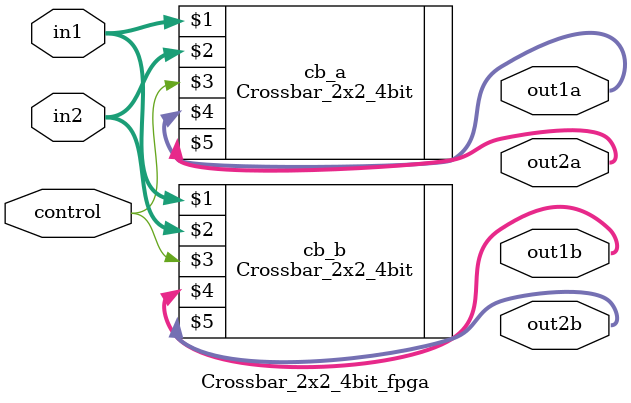
<source format=v>
`timescale 1ns / 1ps


module Crossbar_2x2_4bit_fpga(
    input [3:0] in1,
    input [3:0] in2,
    input control,
    output [3:0] out1a,
    output [3:0] out1b,
    output [3:0] out2a,
    output [3:0] out2b
    );

Crossbar_2x2_4bit cb_a(in1, in2, control, out1a, out2a),
                  cb_b(in1, in2, control, out1b, out2b);

endmodule

</source>
